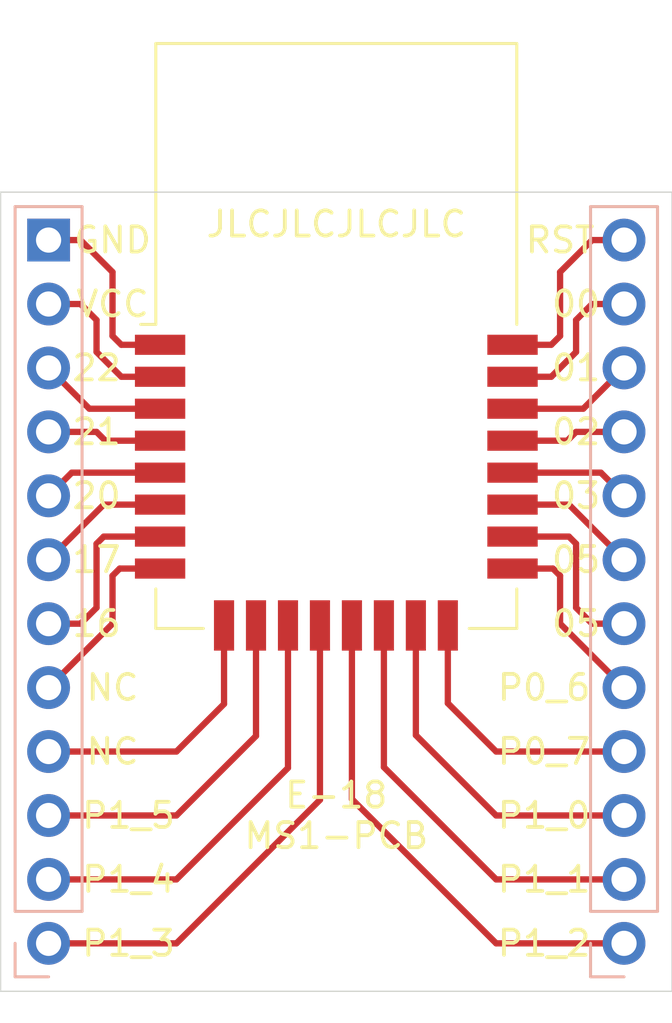
<source format=kicad_pcb>
(kicad_pcb (version 20171130) (host pcbnew "(5.1.9)-1")

  (general
    (thickness 1.6)
    (drawings 30)
    (tracks 80)
    (zones 0)
    (modules 3)
    (nets 1)
  )

  (page A4)
  (layers
    (0 F.Cu signal)
    (31 B.Cu signal)
    (32 B.Adhes user)
    (33 F.Adhes user)
    (34 B.Paste user)
    (35 F.Paste user)
    (36 B.SilkS user)
    (37 F.SilkS user)
    (38 B.Mask user)
    (39 F.Mask user)
    (40 Dwgs.User user)
    (41 Cmts.User user)
    (42 Eco1.User user)
    (43 Eco2.User user)
    (44 Edge.Cuts user)
    (45 Margin user)
    (46 B.CrtYd user)
    (47 F.CrtYd user)
    (48 B.Fab user)
    (49 F.Fab user)
  )

  (setup
    (last_trace_width 0.25)
    (trace_clearance 0.2)
    (zone_clearance 0.508)
    (zone_45_only no)
    (trace_min 0.2)
    (via_size 0.8)
    (via_drill 0.4)
    (via_min_size 0.4)
    (via_min_drill 0.3)
    (uvia_size 0.3)
    (uvia_drill 0.1)
    (uvias_allowed no)
    (uvia_min_size 0.2)
    (uvia_min_drill 0.1)
    (edge_width 0.05)
    (segment_width 0.2)
    (pcb_text_width 0.3)
    (pcb_text_size 1.5 1.5)
    (mod_edge_width 0.12)
    (mod_text_size 1 1)
    (mod_text_width 0.15)
    (pad_size 1.7 1.7)
    (pad_drill 1)
    (pad_to_mask_clearance 0)
    (aux_axis_origin 0 0)
    (grid_origin 116.84 63.5)
    (visible_elements 7FFFFFFF)
    (pcbplotparams
      (layerselection 0x3ffff_ffffffff)
      (usegerberextensions false)
      (usegerberattributes true)
      (usegerberadvancedattributes true)
      (creategerberjobfile true)
      (excludeedgelayer true)
      (linewidth 0.100000)
      (plotframeref false)
      (viasonmask false)
      (mode 1)
      (useauxorigin false)
      (hpglpennumber 1)
      (hpglpenspeed 20)
      (hpglpendiameter 15.000000)
      (psnegative false)
      (psa4output false)
      (plotreference true)
      (plotvalue true)
      (plotinvisibletext false)
      (padsonsilk false)
      (subtractmaskfromsilk false)
      (outputformat 1)
      (mirror false)
      (drillshape 0)
      (scaleselection 1)
      (outputdirectory "grab4/"))
  )

  (net 0 "")

  (net_class Default "This is the default net class."
    (clearance 0.2)
    (trace_width 0.25)
    (via_dia 0.8)
    (via_drill 0.4)
    (uvia_dia 0.3)
    (uvia_drill 0.1)
  )

  (module Connector_PinHeader_2.54mm:PinHeader_1x12_P2.54mm_Vertical (layer B.Cu) (tedit 61B7CB9F) (tstamp 60731739)
    (at 139.7 63.5)
    (descr "Through hole straight pin header, 1x12, 2.54mm pitch, single row")
    (tags "Through hole pin header THT 1x12 2.54mm single row")
    (fp_text reference " " (at 0 2.33) (layer B.SilkS)
      (effects (font (size 1 1) (thickness 0.15)) (justify mirror))
    )
    (fp_text value " " (at 0 -30.27) (layer B.Fab)
      (effects (font (size 1 1) (thickness 0.15)) (justify mirror))
    )
    (fp_line (start 1.8 1.8) (end -1.8 1.8) (layer B.CrtYd) (width 0.05))
    (fp_line (start 1.8 -29.75) (end 1.8 1.8) (layer B.CrtYd) (width 0.05))
    (fp_line (start -1.8 -29.75) (end 1.8 -29.75) (layer B.CrtYd) (width 0.05))
    (fp_line (start -1.8 1.8) (end -1.8 -29.75) (layer B.CrtYd) (width 0.05))
    (fp_line (start -1.33 1.33) (end 0 1.33) (layer B.SilkS) (width 0.12))
    (fp_line (start -1.33 0) (end -1.33 1.33) (layer B.SilkS) (width 0.12))
    (fp_line (start -1.33 -1.27) (end 1.33 -1.27) (layer B.SilkS) (width 0.12))
    (fp_line (start 1.33 -1.27) (end 1.33 -29.27) (layer B.SilkS) (width 0.12))
    (fp_line (start -1.33 -1.27) (end -1.33 -29.27) (layer B.SilkS) (width 0.12))
    (fp_line (start -1.33 -29.27) (end 1.33 -29.27) (layer B.SilkS) (width 0.12))
    (fp_line (start -1.27 0.635) (end -0.635 1.27) (layer B.Fab) (width 0.1))
    (fp_line (start -1.27 -29.21) (end -1.27 0.635) (layer B.Fab) (width 0.1))
    (fp_line (start 1.27 -29.21) (end -1.27 -29.21) (layer B.Fab) (width 0.1))
    (fp_line (start 1.27 1.27) (end 1.27 -29.21) (layer B.Fab) (width 0.1))
    (fp_line (start -0.635 1.27) (end 1.27 1.27) (layer B.Fab) (width 0.1))
    (fp_text user %R (at 0 -13.97 -90) (layer B.Fab)
      (effects (font (size 1 1) (thickness 0.15)) (justify mirror))
    )
    (pad 12 thru_hole oval (at 0 -27.94) (size 1.7 1.7) (drill 1) (layers *.Cu *.Mask))
    (pad 11 thru_hole oval (at 0 -25.4) (size 1.7 1.7) (drill 1) (layers *.Cu *.Mask))
    (pad 10 thru_hole oval (at 0 -22.86) (size 1.7 1.7) (drill 1) (layers *.Cu *.Mask))
    (pad 9 thru_hole oval (at 0 -20.32) (size 1.7 1.7) (drill 1) (layers *.Cu *.Mask))
    (pad 8 thru_hole oval (at 0 -17.78) (size 1.7 1.7) (drill 1) (layers *.Cu *.Mask))
    (pad 7 thru_hole oval (at 0 -15.24) (size 1.7 1.7) (drill 1) (layers *.Cu *.Mask))
    (pad 6 thru_hole oval (at 0 -12.7) (size 1.7 1.7) (drill 1) (layers *.Cu *.Mask))
    (pad 5 thru_hole oval (at 0 -10.16) (size 1.7 1.7) (drill 1) (layers *.Cu *.Mask))
    (pad 4 thru_hole oval (at 0 -7.62) (size 1.7 1.7) (drill 1) (layers *.Cu *.Mask))
    (pad 3 thru_hole oval (at 0 -5.08) (size 1.7 1.7) (drill 1) (layers *.Cu *.Mask))
    (pad 2 thru_hole oval (at 0 -2.54) (size 1.7 1.7) (drill 1) (layers *.Cu *.Mask))
    (pad 1 thru_hole oval (at 0 0) (size 1.7 1.7) (drill 1) (layers *.Cu *.Mask))
    (model ${KISYS3DMOD}/Connector_PinHeader_2.54mm.3dshapes/PinHeader_1x12_P2.54mm_Vertical.wrl
      (at (xyz 0 0 0))
      (scale (xyz 1 1 1))
      (rotate (xyz 0 0 0))
    )
  )

  (module RF_Module:E18-MS1-PCB (layer F.Cu) (tedit 61B7C6FF) (tstamp 6072F357)
    (at 128.27 39.37)
    (descr http://www.cdebyte.com/en/downpdf.aspx?id=122)
    (tags Zigbee)
    (attr smd)
    (fp_text reference E-18-MS1-PCB (at 0 27.305) (layer F.SilkS) hide
      (effects (font (size 1 1) (thickness 0.15)))
    )
    (fp_text value E18-MS1-PCB (at 0 -12.5 180) (layer F.Fab)
      (effects (font (size 1 1) (thickness 0.15)))
    )
    (fp_line (start -7.05 0.7) (end -7.05 11.5) (layer F.Fab) (width 0.1))
    (fp_line (start -7.05 -11.5) (end -7.05 0) (layer F.Fab) (width 0.1))
    (fp_line (start -6.7 0.35) (end -7.05 0.7) (layer F.Fab) (width 0.1))
    (fp_line (start -7.05 0) (end -6.7 0.35) (layer F.Fab) (width 0.1))
    (fp_line (start -7.17 -0.46) (end -7.77 -0.46) (layer F.SilkS) (width 0.12))
    (fp_line (start 6.5 -11.5) (end 7.05 -10.95) (layer Dwgs.User) (width 0.1))
    (fp_line (start 7.05 -9.95) (end 5.5 -11.5) (layer Dwgs.User) (width 0.1))
    (fp_line (start 4.5 -11.5) (end 7.05 -8.95) (layer Dwgs.User) (width 0.1))
    (fp_line (start 7.05 -7.95) (end 3.5 -11.5) (layer Dwgs.User) (width 0.1))
    (fp_line (start 2.5 -11.5) (end 7.05 -6.95) (layer Dwgs.User) (width 0.1))
    (fp_line (start 7 -6) (end 1.5 -11.5) (layer Dwgs.User) (width 0.1))
    (fp_line (start 6 -6) (end 0.5 -11.5) (layer Dwgs.User) (width 0.1))
    (fp_line (start 5 -6) (end -0.5 -11.5) (layer Dwgs.User) (width 0.1))
    (fp_line (start 4 -6) (end -1.5 -11.5) (layer Dwgs.User) (width 0.1))
    (fp_line (start 3 -6) (end -2.5 -11.5) (layer Dwgs.User) (width 0.1))
    (fp_line (start 2 -6) (end -3.5 -11.5) (layer Dwgs.User) (width 0.1))
    (fp_line (start 1 -6) (end -4.5 -11.5) (layer Dwgs.User) (width 0.1))
    (fp_line (start 0 -6) (end -5.5 -11.5) (layer Dwgs.User) (width 0.1))
    (fp_line (start -1 -6) (end -6.5 -11.5) (layer Dwgs.User) (width 0.1))
    (fp_line (start -2 -6) (end -7.05 -11.05) (layer Dwgs.User) (width 0.1))
    (fp_line (start -3 -6) (end -7.05 -10.05) (layer Dwgs.User) (width 0.1))
    (fp_line (start -4 -6) (end -7.05 -9.05) (layer Dwgs.User) (width 0.1))
    (fp_line (start -5 -6) (end -7.05 -8.05) (layer Dwgs.User) (width 0.1))
    (fp_line (start -6 -6) (end -7.05 -7.05) (layer Dwgs.User) (width 0.1))
    (fp_line (start 7.05 -6) (end -7.05 -6) (layer Dwgs.User) (width 0.1))
    (fp_line (start 7.05 -11.5) (end 7.05 -6) (layer Dwgs.User) (width 0.1))
    (fp_line (start -7.05 -11.5) (end 7.05 -11.5) (layer Dwgs.User) (width 0.1))
    (fp_line (start -7.05 -6) (end -7.05 -11.5) (layer Dwgs.User) (width 0.1))
    (fp_line (start -7.17 -11.62) (end -7.17 -0.46) (layer F.SilkS) (width 0.12))
    (fp_line (start 7.17 -11.62) (end -7.17 -11.62) (layer F.SilkS) (width 0.12))
    (fp_line (start 7.17 -0.46) (end 7.17 -11.62) (layer F.SilkS) (width 0.12))
    (fp_line (start 7.17 11.62) (end 7.17 10.05) (layer F.SilkS) (width 0.12))
    (fp_line (start 5.28 11.62) (end 7.17 11.62) (layer F.SilkS) (width 0.12))
    (fp_line (start -7.17 11.62) (end -5.28 11.62) (layer F.SilkS) (width 0.12))
    (fp_line (start -7.17 11.62) (end -7.17 10.05) (layer F.SilkS) (width 0.12))
    (fp_line (start 8.3 12.75) (end -8.3 12.75) (layer F.CrtYd) (width 0.05))
    (fp_line (start 8.3 -11.75) (end 8.3 12.75) (layer F.CrtYd) (width 0.05))
    (fp_line (start -8.3 -11.75) (end 8.3 -11.75) (layer F.CrtYd) (width 0.05))
    (fp_line (start -8.3 12.75) (end -8.3 -11.75) (layer F.CrtYd) (width 0.05))
    (fp_line (start 7.05 -6) (end -7.05 -6) (layer F.Fab) (width 0.1))
    (fp_line (start 7.05 -11.5) (end 7.05 11.5) (layer F.Fab) (width 0.1))
    (fp_line (start -7.05 -11.5) (end 7.05 -11.5) (layer F.Fab) (width 0.1))
    (fp_line (start 7.05 11.5) (end -7.05 11.5) (layer F.Fab) (width 0.1))
    (fp_text user "on any PCB layer." (at 0 -7 180) (layer Cmts.User)
      (effects (font (size 0.4 0.4) (thickness 0.06)))
    )
    (fp_text user "No metal, traces, or components" (at 0 -8 180) (layer Cmts.User)
      (effects (font (size 0.4 0.4) (thickness 0.06)))
    )
    (fp_text user "KEEP-OUT ZONE" (at 0 -10 180) (layer Cmts.User)
      (effects (font (size 1 1) (thickness 0.15)))
    )
    (fp_text user %R (at 0 0 180) (layer F.Fab)
      (effects (font (size 1 1) (thickness 0.15)))
    )
    (pad 8 smd rect (at -7 9.24 270) (size 0.8 2) (layers F.Cu F.Paste F.Mask))
    (pad 7 smd rect (at -7 7.97 270) (size 0.8 2) (layers F.Cu F.Paste F.Mask))
    (pad 6 smd rect (at -7 6.7 270) (size 0.8 2) (layers F.Cu F.Paste F.Mask))
    (pad 5 smd rect (at -7 5.43 270) (size 0.8 2) (layers F.Cu F.Paste F.Mask))
    (pad 4 smd rect (at -7 4.16 270) (size 0.8 2) (layers F.Cu F.Paste F.Mask))
    (pad 3 smd rect (at -7 2.89 270) (size 0.8 2) (layers F.Cu F.Paste F.Mask))
    (pad 2 smd rect (at -7 1.62 270) (size 0.8 2) (layers F.Cu F.Paste F.Mask))
    (pad 1 smd rect (at -7 0.35 270) (size 0.8 2) (layers F.Cu F.Paste F.Mask))
    (pad 16 smd rect (at 4.43 11.5 180) (size 0.8 2) (layers F.Cu F.Paste F.Mask))
    (pad 15 smd rect (at 3.16 11.5 180) (size 0.8 2) (layers F.Cu F.Paste F.Mask))
    (pad 14 smd rect (at 1.89 11.5 180) (size 0.8 2) (layers F.Cu F.Paste F.Mask))
    (pad 13 smd rect (at 0.62 11.5 180) (size 0.8 2) (layers F.Cu F.Paste F.Mask))
    (pad 12 smd rect (at -0.65 11.5 180) (size 0.8 2) (layers F.Cu F.Paste F.Mask))
    (pad 11 smd rect (at -1.92 11.5 180) (size 0.8 2) (layers F.Cu F.Paste F.Mask))
    (pad 10 smd rect (at -3.19 11.5 180) (size 0.8 2) (layers F.Cu F.Paste F.Mask))
    (pad 9 smd rect (at -4.46 11.5 180) (size 0.8 2) (layers F.Cu F.Paste F.Mask))
    (pad 24 smd rect (at 7 0.35 90) (size 0.8 2) (layers F.Cu F.Paste F.Mask))
    (pad 23 smd rect (at 7 1.62 90) (size 0.8 2) (layers F.Cu F.Paste F.Mask))
    (pad 22 smd rect (at 7 2.89 90) (size 0.8 2) (layers F.Cu F.Paste F.Mask))
    (pad 21 smd rect (at 7 4.16 90) (size 0.8 2) (layers F.Cu F.Paste F.Mask))
    (pad 20 smd rect (at 7 5.43 90) (size 0.8 2) (layers F.Cu F.Paste F.Mask))
    (pad 19 smd rect (at 7 6.7 90) (size 0.8 2) (layers F.Cu F.Paste F.Mask))
    (pad 18 smd rect (at 7 7.97 90) (size 0.8 2) (layers F.Cu F.Paste F.Mask))
    (pad 17 smd rect (at 7 9.24 90) (size 0.8 2) (layers F.Cu F.Paste F.Mask))
    (model ${KISYS3DMOD}/RF_Module.3dshapes/E18-MS1-PCB.wrl
      (at (xyz 0 0 0))
      (scale (xyz 1 1 1))
      (rotate (xyz 0 0 0))
    )
  )

  (module Connector_PinHeader_2.54mm:PinHeader_1x12_P2.54mm_Vertical (layer B.Cu) (tedit 61B7CBA9) (tstamp 607316BC)
    (at 116.84 63.5)
    (descr "Through hole straight pin header, 1x12, 2.54mm pitch, single row")
    (tags "Through hole pin header THT 1x12 2.54mm single row")
    (fp_text reference " " (at 0 2.33) (layer B.SilkS)
      (effects (font (size 1 1) (thickness 0.15)) (justify mirror))
    )
    (fp_text value " " (at 0 -30.27) (layer B.Fab)
      (effects (font (size 1 1) (thickness 0.15)) (justify mirror))
    )
    (fp_line (start 1.8 1.8) (end -1.8 1.8) (layer B.CrtYd) (width 0.05))
    (fp_line (start 1.8 -29.75) (end 1.8 1.8) (layer B.CrtYd) (width 0.05))
    (fp_line (start -1.8 -29.75) (end 1.8 -29.75) (layer B.CrtYd) (width 0.05))
    (fp_line (start -1.8 1.8) (end -1.8 -29.75) (layer B.CrtYd) (width 0.05))
    (fp_line (start -1.33 1.33) (end 0 1.33) (layer B.SilkS) (width 0.12))
    (fp_line (start -1.33 0) (end -1.33 1.33) (layer B.SilkS) (width 0.12))
    (fp_line (start -1.33 -1.27) (end 1.33 -1.27) (layer B.SilkS) (width 0.12))
    (fp_line (start 1.33 -1.27) (end 1.33 -29.27) (layer B.SilkS) (width 0.12))
    (fp_line (start -1.33 -1.27) (end -1.33 -29.27) (layer B.SilkS) (width 0.12))
    (fp_line (start -1.33 -29.27) (end 1.33 -29.27) (layer B.SilkS) (width 0.12))
    (fp_line (start -1.27 0.635) (end -0.635 1.27) (layer B.Fab) (width 0.1))
    (fp_line (start -1.27 -29.21) (end -1.27 0.635) (layer B.Fab) (width 0.1))
    (fp_line (start 1.27 -29.21) (end -1.27 -29.21) (layer B.Fab) (width 0.1))
    (fp_line (start 1.27 1.27) (end 1.27 -29.21) (layer B.Fab) (width 0.1))
    (fp_line (start -0.635 1.27) (end 1.27 1.27) (layer B.Fab) (width 0.1))
    (fp_text user %R (at 0 -13.97 -90) (layer B.Fab)
      (effects (font (size 1 1) (thickness 0.15)) (justify mirror))
    )
    (pad 12 thru_hole rect (at 0 -27.94) (size 1.7 1.7) (drill 1) (layers *.Cu *.Mask))
    (pad 11 thru_hole oval (at 0 -25.4) (size 1.7 1.7) (drill 1) (layers *.Cu *.Mask))
    (pad 10 thru_hole oval (at 0 -22.86) (size 1.7 1.7) (drill 1) (layers *.Cu *.Mask))
    (pad 9 thru_hole oval (at 0 -20.32) (size 1.7 1.7) (drill 1) (layers *.Cu *.Mask))
    (pad 8 thru_hole oval (at 0 -17.78) (size 1.7 1.7) (drill 1) (layers *.Cu *.Mask))
    (pad 7 thru_hole oval (at 0 -15.24) (size 1.7 1.7) (drill 1) (layers *.Cu *.Mask))
    (pad 6 thru_hole oval (at 0 -12.7) (size 1.7 1.7) (drill 1) (layers *.Cu *.Mask))
    (pad 5 thru_hole oval (at 0 -10.16) (size 1.7 1.7) (drill 1) (layers *.Cu *.Mask))
    (pad 4 thru_hole oval (at 0 -7.62) (size 1.7 1.7) (drill 1) (layers *.Cu *.Mask))
    (pad 3 thru_hole oval (at 0 -5.08) (size 1.7 1.7) (drill 1) (layers *.Cu *.Mask))
    (pad 2 thru_hole oval (at 0 -2.54) (size 1.7 1.7) (drill 1) (layers *.Cu *.Mask))
    (pad 1 thru_hole oval (at 0 0) (size 1.7 1.7) (drill 1) (layers *.Cu *.Mask))
    (model ${KISYS3DMOD}/Connector_PinHeader_2.54mm.3dshapes/PinHeader_1x12_P2.54mm_Vertical.wrl
      (at (xyz 0 0 0))
      (scale (xyz 1 1 1))
      (rotate (xyz 0 0 0))
    )
  )

  (gr_text JLCJLCJLCJLC (at 128.27 34.925) (layer F.SilkS)
    (effects (font (size 1 1) (thickness 0.15)))
  )
  (gr_text "E-18\nMS1-PCB" (at 128.27 58.42) (layer F.SilkS)
    (effects (font (size 1 1) (thickness 0.15)))
  )
  (gr_line (start 141.605 65.405) (end 141.605 33.655) (layer Edge.Cuts) (width 0.05) (tstamp 607ADBB1))
  (gr_line (start 114.935 65.405) (end 141.605 65.405) (layer Edge.Cuts) (width 0.05))
  (gr_line (start 114.935 33.655) (end 114.935 65.405) (layer Edge.Cuts) (width 0.05))
  (gr_line (start 141.605 33.655) (end 114.935 33.655) (layer Edge.Cuts) (width 0.05))
  (gr_text 00 (at 137.795 38.1) (layer F.SilkS)
    (effects (font (size 1 1) (thickness 0.15)))
  )
  (gr_text 01 (at 137.795 40.64) (layer F.SilkS)
    (effects (font (size 1 1) (thickness 0.15)))
  )
  (gr_text 02 (at 137.795 43.18) (layer F.SilkS)
    (effects (font (size 1 1) (thickness 0.15)))
  )
  (gr_text 03 (at 137.795 45.72) (layer F.SilkS)
    (effects (font (size 1 1) (thickness 0.15)))
  )
  (gr_text 05 (at 137.795 48.26) (layer F.SilkS)
    (effects (font (size 1 1) (thickness 0.15)))
  )
  (gr_text 05 (at 137.795 50.8) (layer F.SilkS)
    (effects (font (size 1 1) (thickness 0.15)))
  )
  (gr_text P0_6 (at 136.525 53.34) (layer F.SilkS)
    (effects (font (size 1 1) (thickness 0.15)))
  )
  (gr_text RST (at 137.16 35.56) (layer F.SilkS)
    (effects (font (size 1 1) (thickness 0.15)))
  )
  (gr_text P0_7 (at 136.525 55.88) (layer F.SilkS)
    (effects (font (size 1 1) (thickness 0.15)))
  )
  (gr_text P1_0 (at 136.525 58.42) (layer F.SilkS)
    (effects (font (size 1 1) (thickness 0.15)))
  )
  (gr_text P1_1 (at 136.525 60.96) (layer F.SilkS)
    (effects (font (size 1 1) (thickness 0.15)))
  )
  (gr_text P1_2 (at 136.525 63.5) (layer F.SilkS)
    (effects (font (size 1 1) (thickness 0.15)))
  )
  (gr_text P1_3 (at 120.015 63.5) (layer F.SilkS)
    (effects (font (size 1 1) (thickness 0.15)))
  )
  (gr_text P1_4 (at 120.015 60.96) (layer F.SilkS)
    (effects (font (size 1 1) (thickness 0.15)))
  )
  (gr_text P1_5 (at 120.015 58.42) (layer F.SilkS)
    (effects (font (size 1 1) (thickness 0.15)))
  )
  (gr_text NC (at 119.38 55.88) (layer F.SilkS)
    (effects (font (size 1 1) (thickness 0.15)))
  )
  (gr_text NC (at 119.38 53.34) (layer F.SilkS)
    (effects (font (size 1 1) (thickness 0.15)))
  )
  (gr_text 16 (at 118.745 50.8) (layer F.SilkS)
    (effects (font (size 1 1) (thickness 0.15)))
  )
  (gr_text 17 (at 118.745 48.26) (layer F.SilkS)
    (effects (font (size 1 1) (thickness 0.15)))
  )
  (gr_text 20 (at 118.745 45.72) (layer F.SilkS)
    (effects (font (size 1 1) (thickness 0.15)))
  )
  (gr_text 22 (at 118.745 40.64) (layer F.SilkS)
    (effects (font (size 1 1) (thickness 0.15)))
  )
  (gr_text VCC (at 119.38 38.1) (layer F.SilkS)
    (effects (font (size 1 1) (thickness 0.15)))
  )
  (gr_text GND (at 119.38 35.56) (layer F.SilkS)
    (effects (font (size 1 1) (thickness 0.15)))
  )
  (gr_text 21 (at 118.745 43.18) (layer F.SilkS)
    (effects (font (size 1 1) (thickness 0.15)))
  )

  (segment (start 121.27 39.72) (end 119.73 39.72) (width 0.25) (layer F.Cu) (net 0))
  (segment (start 119.73 39.72) (end 119.38 39.37) (width 0.25) (layer F.Cu) (net 0))
  (segment (start 119.38 39.37) (end 119.38 36.83) (width 0.25) (layer F.Cu) (net 0))
  (segment (start 118.11 35.56) (end 116.84 35.56) (width 0.25) (layer F.Cu) (net 0))
  (segment (start 119.38 36.83) (end 118.11 35.56) (width 0.25) (layer F.Cu) (net 0))
  (segment (start 121.27 40.99) (end 119.73 40.99) (width 0.25) (layer F.Cu) (net 0))
  (segment (start 119.73 40.99) (end 118.745 40.005) (width 0.25) (layer F.Cu) (net 0))
  (segment (start 118.745 40.005) (end 118.745 38.735) (width 0.25) (layer F.Cu) (net 0))
  (segment (start 118.11 38.1) (end 116.84 38.1) (width 0.25) (layer F.Cu) (net 0))
  (segment (start 118.745 38.735) (end 118.11 38.1) (width 0.25) (layer F.Cu) (net 0))
  (segment (start 118.46 42.26) (end 116.84 40.64) (width 0.25) (layer F.Cu) (net 0))
  (segment (start 121.27 42.26) (end 118.46 42.26) (width 0.25) (layer F.Cu) (net 0))
  (segment (start 117.76 44.8) (end 116.84 45.72) (width 0.25) (layer F.Cu) (net 0))
  (segment (start 121.27 44.8) (end 117.76 44.8) (width 0.25) (layer F.Cu) (net 0))
  (segment (start 119.03 46.07) (end 116.84 48.26) (width 0.25) (layer F.Cu) (net 0))
  (segment (start 121.27 46.07) (end 119.03 46.07) (width 0.25) (layer F.Cu) (net 0))
  (segment (start 139.7 35.56) (end 138.43 35.56) (width 0.25) (layer F.Cu) (net 0))
  (segment (start 138.43 35.56) (end 137.16 36.83) (width 0.25) (layer F.Cu) (net 0))
  (segment (start 137.16 36.83) (end 137.16 39.37) (width 0.25) (layer F.Cu) (net 0))
  (segment (start 135.27 39.72) (end 136.81 39.72) (width 0.25) (layer F.Cu) (net 0))
  (segment (start 136.81 39.72) (end 137.16 39.37) (width 0.25) (layer F.Cu) (net 0))
  (segment (start 135.27 40.99) (end 136.81 40.99) (width 0.25) (layer F.Cu) (net 0))
  (segment (start 136.81 40.99) (end 137.795 40.005) (width 0.25) (layer F.Cu) (net 0))
  (segment (start 137.795 40.005) (end 137.795 38.735) (width 0.25) (layer F.Cu) (net 0))
  (segment (start 137.795 38.735) (end 138.43 38.1) (width 0.25) (layer F.Cu) (net 0))
  (segment (start 138.43 38.1) (end 139.7 38.1) (width 0.25) (layer F.Cu) (net 0))
  (segment (start 138.08 42.26) (end 139.7 40.64) (width 0.25) (layer F.Cu) (net 0))
  (segment (start 135.27 42.26) (end 138.08 42.26) (width 0.25) (layer F.Cu) (net 0))
  (segment (start 121.27 43.53) (end 119.095 43.53) (width 0.25) (layer F.Cu) (net 0))
  (segment (start 118.745 43.18) (end 116.84 43.18) (width 0.25) (layer F.Cu) (net 0))
  (segment (start 119.095 43.53) (end 118.745 43.18) (width 0.25) (layer F.Cu) (net 0))
  (segment (start 135.27 43.53) (end 137.445 43.53) (width 0.25) (layer F.Cu) (net 0))
  (segment (start 137.795 43.18) (end 139.7 43.18) (width 0.25) (layer F.Cu) (net 0))
  (segment (start 137.445 43.53) (end 137.795 43.18) (width 0.25) (layer F.Cu) (net 0))
  (segment (start 138.78 44.8) (end 139.7 45.72) (width 0.25) (layer F.Cu) (net 0))
  (segment (start 135.27 44.8) (end 138.78 44.8) (width 0.25) (layer F.Cu) (net 0))
  (segment (start 137.51 46.07) (end 139.7 48.26) (width 0.25) (layer F.Cu) (net 0))
  (segment (start 135.27 46.07) (end 137.51 46.07) (width 0.25) (layer F.Cu) (net 0))
  (segment (start 121.27 47.34) (end 119.03 47.34) (width 0.25) (layer F.Cu) (net 0))
  (segment (start 119.03 47.34) (end 118.745 47.625) (width 0.25) (layer F.Cu) (net 0))
  (segment (start 118.745 47.625) (end 118.745 50.165) (width 0.25) (layer F.Cu) (net 0))
  (segment (start 118.11 50.8) (end 116.84 50.8) (width 0.25) (layer F.Cu) (net 0))
  (segment (start 118.745 50.165) (end 118.11 50.8) (width 0.25) (layer F.Cu) (net 0))
  (segment (start 135.27 47.34) (end 137.51 47.34) (width 0.25) (layer F.Cu) (net 0))
  (segment (start 137.51 47.34) (end 137.795 47.625) (width 0.25) (layer F.Cu) (net 0))
  (segment (start 137.795 47.625) (end 137.795 50.165) (width 0.25) (layer F.Cu) (net 0))
  (segment (start 138.43 50.8) (end 139.7 50.8) (width 0.25) (layer F.Cu) (net 0))
  (segment (start 137.795 50.165) (end 138.43 50.8) (width 0.25) (layer F.Cu) (net 0))
  (segment (start 135.27 48.61) (end 136.875 48.61) (width 0.25) (layer F.Cu) (net 0))
  (segment (start 136.875 48.61) (end 137.16 48.895) (width 0.25) (layer F.Cu) (net 0))
  (segment (start 137.16 50.8) (end 139.7 53.34) (width 0.25) (layer F.Cu) (net 0))
  (segment (start 137.16 48.895) (end 137.16 50.8) (width 0.25) (layer F.Cu) (net 0))
  (segment (start 121.27 48.61) (end 119.665 48.61) (width 0.25) (layer F.Cu) (net 0))
  (segment (start 119.665 48.61) (end 119.38 48.895) (width 0.25) (layer F.Cu) (net 0))
  (segment (start 119.38 50.8) (end 116.84 53.34) (width 0.25) (layer F.Cu) (net 0))
  (segment (start 119.38 48.895) (end 119.38 50.8) (width 0.25) (layer F.Cu) (net 0))
  (segment (start 123.81 50.87) (end 123.81 53.99) (width 0.25) (layer F.Cu) (net 0))
  (segment (start 121.92 55.88) (end 116.84 55.88) (width 0.25) (layer F.Cu) (net 0))
  (segment (start 123.81 53.99) (end 121.92 55.88) (width 0.25) (layer F.Cu) (net 0))
  (segment (start 125.08 50.87) (end 125.08 55.26) (width 0.25) (layer F.Cu) (net 0))
  (segment (start 121.92 58.42) (end 116.84 58.42) (width 0.25) (layer F.Cu) (net 0))
  (segment (start 125.08 55.26) (end 121.92 58.42) (width 0.25) (layer F.Cu) (net 0))
  (segment (start 126.35 50.87) (end 126.35 56.53) (width 0.25) (layer F.Cu) (net 0))
  (segment (start 121.92 60.96) (end 116.84 60.96) (width 0.25) (layer F.Cu) (net 0))
  (segment (start 126.35 56.53) (end 121.92 60.96) (width 0.25) (layer F.Cu) (net 0))
  (segment (start 127.62 50.87) (end 127.62 57.8) (width 0.25) (layer F.Cu) (net 0))
  (segment (start 121.92 63.5) (end 116.84 63.5) (width 0.25) (layer F.Cu) (net 0))
  (segment (start 127.62 57.8) (end 121.92 63.5) (width 0.25) (layer F.Cu) (net 0))
  (segment (start 132.7 50.87) (end 132.7 53.96) (width 0.25) (layer F.Cu) (net 0))
  (segment (start 134.62 55.88) (end 139.7 55.88) (width 0.25) (layer F.Cu) (net 0))
  (segment (start 132.7 53.96) (end 134.62 55.88) (width 0.25) (layer F.Cu) (net 0))
  (segment (start 131.43 50.87) (end 131.43 55.23) (width 0.25) (layer F.Cu) (net 0))
  (segment (start 134.62 58.42) (end 139.7 58.42) (width 0.25) (layer F.Cu) (net 0))
  (segment (start 131.43 55.23) (end 134.62 58.42) (width 0.25) (layer F.Cu) (net 0))
  (segment (start 130.16 50.87) (end 130.16 56.5) (width 0.25) (layer F.Cu) (net 0))
  (segment (start 134.62 60.96) (end 139.7 60.96) (width 0.25) (layer F.Cu) (net 0))
  (segment (start 130.16 56.5) (end 134.62 60.96) (width 0.25) (layer F.Cu) (net 0))
  (segment (start 128.89 50.87) (end 128.89 57.77) (width 0.25) (layer F.Cu) (net 0))
  (segment (start 134.62 63.5) (end 139.7 63.5) (width 0.25) (layer F.Cu) (net 0))
  (segment (start 128.89 57.77) (end 134.62 63.5) (width 0.25) (layer F.Cu) (net 0))

)

</source>
